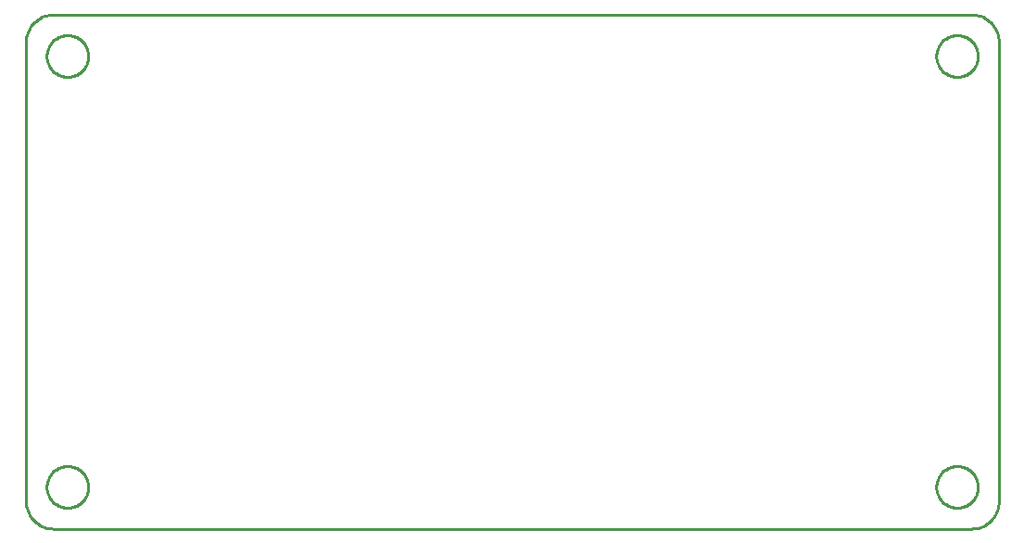
<source format=gbr>
G04 EAGLE Gerber RS-274X export*
G75*
%MOMM*%
%FSLAX34Y34*%
%LPD*%
%IN*%
%IPPOS*%
%AMOC8*
5,1,8,0,0,1.08239X$1,22.5*%
G01*
%ADD10C,0.254000*%


D10*
X0Y25400D02*
X97Y23186D01*
X386Y20989D01*
X865Y18826D01*
X1532Y16713D01*
X2380Y14666D01*
X3403Y12700D01*
X4594Y10831D01*
X5942Y9073D01*
X7440Y7440D01*
X9073Y5942D01*
X10831Y4594D01*
X12700Y3403D01*
X14666Y2380D01*
X16713Y1532D01*
X18826Y865D01*
X20989Y386D01*
X23186Y97D01*
X25400Y0D01*
X863600Y0D01*
X865814Y97D01*
X868011Y386D01*
X870174Y865D01*
X872287Y1532D01*
X874335Y2380D01*
X876300Y3403D01*
X878169Y4594D01*
X879927Y5942D01*
X881561Y7440D01*
X883058Y9073D01*
X884406Y10831D01*
X885597Y12700D01*
X886620Y14666D01*
X887468Y16713D01*
X888135Y18826D01*
X888614Y20989D01*
X888903Y23186D01*
X889000Y25400D01*
X889000Y444500D01*
X888903Y446714D01*
X888614Y448911D01*
X888135Y451074D01*
X887468Y453187D01*
X886620Y455235D01*
X885597Y457200D01*
X884406Y459069D01*
X883058Y460827D01*
X881561Y462461D01*
X879927Y463958D01*
X878169Y465306D01*
X876300Y466497D01*
X874335Y467520D01*
X872287Y468368D01*
X870174Y469035D01*
X868011Y469514D01*
X865814Y469803D01*
X863600Y469900D01*
X25400Y469900D01*
X23186Y469803D01*
X20989Y469514D01*
X18826Y469035D01*
X16713Y468368D01*
X14666Y467520D01*
X12700Y466497D01*
X10831Y465306D01*
X9073Y463958D01*
X7440Y462461D01*
X5942Y460827D01*
X4594Y459069D01*
X3403Y457200D01*
X2380Y455235D01*
X1532Y453187D01*
X865Y451074D01*
X386Y448911D01*
X97Y446714D01*
X0Y444500D01*
X0Y25400D01*
X57087Y431226D02*
X57017Y430081D01*
X56879Y428942D01*
X56672Y427813D01*
X56398Y426699D01*
X56056Y425604D01*
X55649Y424531D01*
X55178Y423485D01*
X54645Y422469D01*
X54052Y421487D01*
X53400Y420542D01*
X52692Y419639D01*
X51931Y418780D01*
X51120Y417969D01*
X50261Y417208D01*
X49358Y416500D01*
X48413Y415849D01*
X47431Y415255D01*
X46415Y414722D01*
X45369Y414251D01*
X44296Y413844D01*
X43201Y413503D01*
X42087Y413228D01*
X40958Y413021D01*
X39819Y412883D01*
X38674Y412814D01*
X37526Y412814D01*
X36381Y412883D01*
X35242Y413021D01*
X34113Y413228D01*
X32999Y413503D01*
X31904Y413844D01*
X30831Y414251D01*
X29785Y414722D01*
X28769Y415255D01*
X27787Y415849D01*
X26842Y416500D01*
X25939Y417208D01*
X25080Y417969D01*
X24269Y418780D01*
X23508Y419639D01*
X22800Y420542D01*
X22149Y421487D01*
X21555Y422469D01*
X21022Y423485D01*
X20551Y424531D01*
X20144Y425604D01*
X19803Y426699D01*
X19528Y427813D01*
X19321Y428942D01*
X19183Y430081D01*
X19114Y431226D01*
X19114Y432374D01*
X19183Y433519D01*
X19321Y434658D01*
X19528Y435787D01*
X19803Y436901D01*
X20144Y437996D01*
X20551Y439069D01*
X21022Y440115D01*
X21555Y441131D01*
X22149Y442113D01*
X22800Y443058D01*
X23508Y443961D01*
X24269Y444820D01*
X25080Y445631D01*
X25939Y446392D01*
X26842Y447100D01*
X27787Y447752D01*
X28769Y448345D01*
X29785Y448878D01*
X30831Y449349D01*
X31904Y449756D01*
X32999Y450098D01*
X34113Y450372D01*
X35242Y450579D01*
X36381Y450717D01*
X37526Y450787D01*
X38674Y450787D01*
X39819Y450717D01*
X40958Y450579D01*
X42087Y450372D01*
X43201Y450098D01*
X44296Y449756D01*
X45369Y449349D01*
X46415Y448878D01*
X47431Y448345D01*
X48413Y447752D01*
X49358Y447100D01*
X50261Y446392D01*
X51120Y445631D01*
X51931Y444820D01*
X52692Y443961D01*
X53400Y443058D01*
X54052Y442113D01*
X54645Y441131D01*
X55178Y440115D01*
X55649Y439069D01*
X56056Y437996D01*
X56398Y436901D01*
X56672Y435787D01*
X56879Y434658D01*
X57017Y433519D01*
X57087Y432374D01*
X57087Y431226D01*
X57087Y37526D02*
X57017Y36381D01*
X56879Y35242D01*
X56672Y34113D01*
X56398Y32999D01*
X56056Y31904D01*
X55649Y30831D01*
X55178Y29785D01*
X54645Y28769D01*
X54052Y27787D01*
X53400Y26842D01*
X52692Y25939D01*
X51931Y25080D01*
X51120Y24269D01*
X50261Y23508D01*
X49358Y22800D01*
X48413Y22149D01*
X47431Y21555D01*
X46415Y21022D01*
X45369Y20551D01*
X44296Y20144D01*
X43201Y19803D01*
X42087Y19528D01*
X40958Y19321D01*
X39819Y19183D01*
X38674Y19114D01*
X37526Y19114D01*
X36381Y19183D01*
X35242Y19321D01*
X34113Y19528D01*
X32999Y19803D01*
X31904Y20144D01*
X30831Y20551D01*
X29785Y21022D01*
X28769Y21555D01*
X27787Y22149D01*
X26842Y22800D01*
X25939Y23508D01*
X25080Y24269D01*
X24269Y25080D01*
X23508Y25939D01*
X22800Y26842D01*
X22149Y27787D01*
X21555Y28769D01*
X21022Y29785D01*
X20551Y30831D01*
X20144Y31904D01*
X19803Y32999D01*
X19528Y34113D01*
X19321Y35242D01*
X19183Y36381D01*
X19114Y37526D01*
X19114Y38674D01*
X19183Y39819D01*
X19321Y40958D01*
X19528Y42087D01*
X19803Y43201D01*
X20144Y44296D01*
X20551Y45369D01*
X21022Y46415D01*
X21555Y47431D01*
X22149Y48413D01*
X22800Y49358D01*
X23508Y50261D01*
X24269Y51120D01*
X25080Y51931D01*
X25939Y52692D01*
X26842Y53400D01*
X27787Y54052D01*
X28769Y54645D01*
X29785Y55178D01*
X30831Y55649D01*
X31904Y56056D01*
X32999Y56398D01*
X34113Y56672D01*
X35242Y56879D01*
X36381Y57017D01*
X37526Y57087D01*
X38674Y57087D01*
X39819Y57017D01*
X40958Y56879D01*
X42087Y56672D01*
X43201Y56398D01*
X44296Y56056D01*
X45369Y55649D01*
X46415Y55178D01*
X47431Y54645D01*
X48413Y54052D01*
X49358Y53400D01*
X50261Y52692D01*
X51120Y51931D01*
X51931Y51120D01*
X52692Y50261D01*
X53400Y49358D01*
X54052Y48413D01*
X54645Y47431D01*
X55178Y46415D01*
X55649Y45369D01*
X56056Y44296D01*
X56398Y43201D01*
X56672Y42087D01*
X56879Y40958D01*
X57017Y39819D01*
X57087Y38674D01*
X57087Y37526D01*
X869887Y431226D02*
X869817Y430081D01*
X869679Y428942D01*
X869472Y427813D01*
X869198Y426699D01*
X868856Y425604D01*
X868449Y424531D01*
X867978Y423485D01*
X867445Y422469D01*
X866852Y421487D01*
X866200Y420542D01*
X865492Y419639D01*
X864731Y418780D01*
X863920Y417969D01*
X863061Y417208D01*
X862158Y416500D01*
X861213Y415849D01*
X860231Y415255D01*
X859215Y414722D01*
X858169Y414251D01*
X857096Y413844D01*
X856001Y413503D01*
X854887Y413228D01*
X853758Y413021D01*
X852619Y412883D01*
X851474Y412814D01*
X850326Y412814D01*
X849181Y412883D01*
X848042Y413021D01*
X846913Y413228D01*
X845799Y413503D01*
X844704Y413844D01*
X843631Y414251D01*
X842585Y414722D01*
X841569Y415255D01*
X840587Y415849D01*
X839642Y416500D01*
X838739Y417208D01*
X837880Y417969D01*
X837069Y418780D01*
X836308Y419639D01*
X835600Y420542D01*
X834949Y421487D01*
X834355Y422469D01*
X833822Y423485D01*
X833351Y424531D01*
X832944Y425604D01*
X832603Y426699D01*
X832328Y427813D01*
X832121Y428942D01*
X831983Y430081D01*
X831914Y431226D01*
X831914Y432374D01*
X831983Y433519D01*
X832121Y434658D01*
X832328Y435787D01*
X832603Y436901D01*
X832944Y437996D01*
X833351Y439069D01*
X833822Y440115D01*
X834355Y441131D01*
X834949Y442113D01*
X835600Y443058D01*
X836308Y443961D01*
X837069Y444820D01*
X837880Y445631D01*
X838739Y446392D01*
X839642Y447100D01*
X840587Y447752D01*
X841569Y448345D01*
X842585Y448878D01*
X843631Y449349D01*
X844704Y449756D01*
X845799Y450098D01*
X846913Y450372D01*
X848042Y450579D01*
X849181Y450717D01*
X850326Y450787D01*
X851474Y450787D01*
X852619Y450717D01*
X853758Y450579D01*
X854887Y450372D01*
X856001Y450098D01*
X857096Y449756D01*
X858169Y449349D01*
X859215Y448878D01*
X860231Y448345D01*
X861213Y447752D01*
X862158Y447100D01*
X863061Y446392D01*
X863920Y445631D01*
X864731Y444820D01*
X865492Y443961D01*
X866200Y443058D01*
X866852Y442113D01*
X867445Y441131D01*
X867978Y440115D01*
X868449Y439069D01*
X868856Y437996D01*
X869198Y436901D01*
X869472Y435787D01*
X869679Y434658D01*
X869817Y433519D01*
X869887Y432374D01*
X869887Y431226D01*
X869887Y37526D02*
X869817Y36381D01*
X869679Y35242D01*
X869472Y34113D01*
X869198Y32999D01*
X868856Y31904D01*
X868449Y30831D01*
X867978Y29785D01*
X867445Y28769D01*
X866852Y27787D01*
X866200Y26842D01*
X865492Y25939D01*
X864731Y25080D01*
X863920Y24269D01*
X863061Y23508D01*
X862158Y22800D01*
X861213Y22149D01*
X860231Y21555D01*
X859215Y21022D01*
X858169Y20551D01*
X857096Y20144D01*
X856001Y19803D01*
X854887Y19528D01*
X853758Y19321D01*
X852619Y19183D01*
X851474Y19114D01*
X850326Y19114D01*
X849181Y19183D01*
X848042Y19321D01*
X846913Y19528D01*
X845799Y19803D01*
X844704Y20144D01*
X843631Y20551D01*
X842585Y21022D01*
X841569Y21555D01*
X840587Y22149D01*
X839642Y22800D01*
X838739Y23508D01*
X837880Y24269D01*
X837069Y25080D01*
X836308Y25939D01*
X835600Y26842D01*
X834949Y27787D01*
X834355Y28769D01*
X833822Y29785D01*
X833351Y30831D01*
X832944Y31904D01*
X832603Y32999D01*
X832328Y34113D01*
X832121Y35242D01*
X831983Y36381D01*
X831914Y37526D01*
X831914Y38674D01*
X831983Y39819D01*
X832121Y40958D01*
X832328Y42087D01*
X832603Y43201D01*
X832944Y44296D01*
X833351Y45369D01*
X833822Y46415D01*
X834355Y47431D01*
X834949Y48413D01*
X835600Y49358D01*
X836308Y50261D01*
X837069Y51120D01*
X837880Y51931D01*
X838739Y52692D01*
X839642Y53400D01*
X840587Y54052D01*
X841569Y54645D01*
X842585Y55178D01*
X843631Y55649D01*
X844704Y56056D01*
X845799Y56398D01*
X846913Y56672D01*
X848042Y56879D01*
X849181Y57017D01*
X850326Y57087D01*
X851474Y57087D01*
X852619Y57017D01*
X853758Y56879D01*
X854887Y56672D01*
X856001Y56398D01*
X857096Y56056D01*
X858169Y55649D01*
X859215Y55178D01*
X860231Y54645D01*
X861213Y54052D01*
X862158Y53400D01*
X863061Y52692D01*
X863920Y51931D01*
X864731Y51120D01*
X865492Y50261D01*
X866200Y49358D01*
X866852Y48413D01*
X867445Y47431D01*
X867978Y46415D01*
X868449Y45369D01*
X868856Y44296D01*
X869198Y43201D01*
X869472Y42087D01*
X869679Y40958D01*
X869817Y39819D01*
X869887Y38674D01*
X869887Y37526D01*
M02*

</source>
